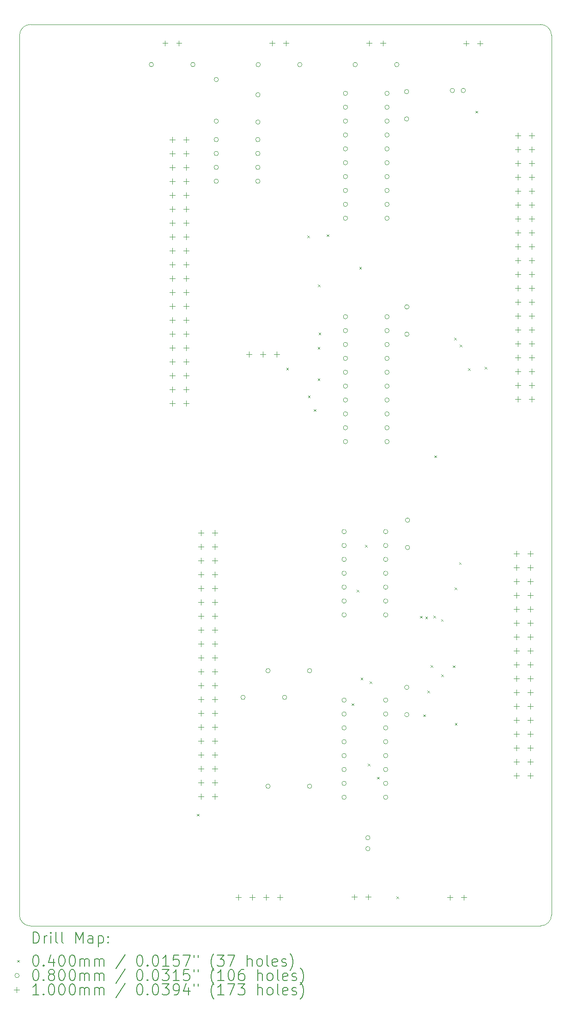
<source format=gbr>
%TF.GenerationSoftware,KiCad,Pcbnew,(6.0.11)*%
%TF.CreationDate,2024-01-03T20:09:06+00:00*%
%TF.ProjectId,BBCWinchesterPro,42424357-696e-4636-9865-737465725072,rev?*%
%TF.SameCoordinates,Original*%
%TF.FileFunction,Drillmap*%
%TF.FilePolarity,Positive*%
%FSLAX45Y45*%
G04 Gerber Fmt 4.5, Leading zero omitted, Abs format (unit mm)*
G04 Created by KiCad (PCBNEW (6.0.11)) date 2024-01-03 20:09:06*
%MOMM*%
%LPD*%
G01*
G04 APERTURE LIST*
%ADD10C,0.100000*%
%ADD11C,0.200000*%
%ADD12C,0.040000*%
%ADD13C,0.080000*%
G04 APERTURE END LIST*
D10*
X15712002Y-2589000D02*
G75*
G03*
X15513000Y-2389000I-200003J0D01*
G01*
X15513000Y-18891002D02*
G75*
G03*
X15713000Y-18691998I0J200002D01*
G01*
X5961998Y-18691000D02*
X5963000Y-2588000D01*
X15712002Y-2589000D02*
X15713000Y-18691998D01*
X15513000Y-18891000D02*
X6161000Y-18891000D01*
X5961997Y-18691000D02*
G75*
G03*
X6161000Y-18891000I200003J0D01*
G01*
X6163000Y-2388998D02*
X15513000Y-2389000D01*
X6163000Y-2388998D02*
G75*
G03*
X5963000Y-2588000I0J-200002D01*
G01*
D11*
D12*
X9214000Y-16841000D02*
X9254000Y-16881000D01*
X9254000Y-16841000D02*
X9214000Y-16881000D01*
X10850500Y-8676500D02*
X10890500Y-8716500D01*
X10890500Y-8676500D02*
X10850500Y-8716500D01*
X11235895Y-6255105D02*
X11275895Y-6295105D01*
X11275895Y-6255105D02*
X11235895Y-6295105D01*
X11249000Y-9184000D02*
X11289000Y-9224000D01*
X11289000Y-9184000D02*
X11249000Y-9224000D01*
X11354000Y-9433000D02*
X11394000Y-9473000D01*
X11394000Y-9433000D02*
X11354000Y-9473000D01*
X11428000Y-8293605D02*
X11468000Y-8333605D01*
X11468000Y-8293605D02*
X11428000Y-8333605D01*
X11428000Y-8866000D02*
X11468000Y-8906000D01*
X11468000Y-8866000D02*
X11428000Y-8906000D01*
X11433605Y-7152605D02*
X11473605Y-7192605D01*
X11473605Y-7152605D02*
X11433605Y-7192605D01*
X11444105Y-8033105D02*
X11484105Y-8073105D01*
X11484105Y-8033105D02*
X11444105Y-8073105D01*
X11591450Y-6231000D02*
X11631450Y-6271000D01*
X11631450Y-6231000D02*
X11591450Y-6271000D01*
X12050000Y-14817000D02*
X12090000Y-14857000D01*
X12090000Y-14817000D02*
X12050000Y-14857000D01*
X12145000Y-12736000D02*
X12185000Y-12776000D01*
X12185000Y-12736000D02*
X12145000Y-12776000D01*
X12189000Y-6830000D02*
X12229000Y-6870000D01*
X12229000Y-6830000D02*
X12189000Y-6870000D01*
X12214450Y-14349120D02*
X12254450Y-14389120D01*
X12254450Y-14349120D02*
X12214450Y-14389120D01*
X12297000Y-11915000D02*
X12337000Y-11955000D01*
X12337000Y-11915000D02*
X12297000Y-11955000D01*
X12346000Y-15920000D02*
X12386000Y-15960000D01*
X12386000Y-15920000D02*
X12346000Y-15960000D01*
X12382666Y-14412007D02*
X12422666Y-14452007D01*
X12422666Y-14412007D02*
X12382666Y-14452007D01*
X12512450Y-16163000D02*
X12552450Y-16203000D01*
X12552450Y-16163000D02*
X12512450Y-16203000D01*
X12868000Y-18351000D02*
X12908000Y-18391000D01*
X12908000Y-18351000D02*
X12868000Y-18391000D01*
X13300950Y-13217000D02*
X13340950Y-13257000D01*
X13340950Y-13217000D02*
X13300950Y-13257000D01*
X13361000Y-15021000D02*
X13401000Y-15061000D01*
X13401000Y-15021000D02*
X13361000Y-15061000D01*
X13399764Y-13232027D02*
X13439764Y-13272027D01*
X13439764Y-13232027D02*
X13399764Y-13272027D01*
X13441000Y-14586000D02*
X13481000Y-14626000D01*
X13481000Y-14586000D02*
X13441000Y-14626000D01*
X13500000Y-14118000D02*
X13540000Y-14158000D01*
X13540000Y-14118000D02*
X13500000Y-14158000D01*
X13546000Y-13214000D02*
X13586000Y-13254000D01*
X13586000Y-13214000D02*
X13546000Y-13254000D01*
X13568000Y-10278000D02*
X13608000Y-10318000D01*
X13608000Y-10278000D02*
X13568000Y-10318000D01*
X13688050Y-13275294D02*
X13728050Y-13315294D01*
X13728050Y-13275294D02*
X13688050Y-13315294D01*
X13691050Y-14288629D02*
X13731050Y-14328629D01*
X13731050Y-14288629D02*
X13691050Y-14328629D01*
X13905950Y-14122000D02*
X13945950Y-14162000D01*
X13945950Y-14122000D02*
X13905950Y-14162000D01*
X13927950Y-8125605D02*
X13967950Y-8165605D01*
X13967950Y-8125605D02*
X13927950Y-8165605D01*
X13937500Y-12698500D02*
X13977500Y-12738500D01*
X13977500Y-12698500D02*
X13937500Y-12738500D01*
X13941217Y-15174450D02*
X13981217Y-15214450D01*
X13981217Y-15174450D02*
X13941217Y-15214450D01*
X14017000Y-12234000D02*
X14057000Y-12274000D01*
X14057000Y-12234000D02*
X14017000Y-12274000D01*
X14032000Y-8252605D02*
X14072000Y-8292605D01*
X14072000Y-8252605D02*
X14032000Y-8292605D01*
X14181000Y-8680605D02*
X14221000Y-8720605D01*
X14221000Y-8680605D02*
X14181000Y-8720605D01*
X14317511Y-3971489D02*
X14357511Y-4011489D01*
X14357511Y-3971489D02*
X14317511Y-4011489D01*
X14486000Y-8658605D02*
X14526000Y-8698605D01*
X14526000Y-8658605D02*
X14486000Y-8698605D01*
D13*
X8418506Y-3124000D02*
G75*
G03*
X8418506Y-3124000I-40000J0D01*
G01*
X9180506Y-3124000D02*
G75*
G03*
X9180506Y-3124000I-40000J0D01*
G01*
X9608000Y-4497000D02*
G75*
G03*
X9608000Y-4497000I-40000J0D01*
G01*
X9608000Y-4751000D02*
G75*
G03*
X9608000Y-4751000I-40000J0D01*
G01*
X9608000Y-5005000D02*
G75*
G03*
X9608000Y-5005000I-40000J0D01*
G01*
X9608000Y-5259000D02*
G75*
G03*
X9608000Y-5259000I-40000J0D01*
G01*
X9610000Y-3398000D02*
G75*
G03*
X9610000Y-3398000I-40000J0D01*
G01*
X9610000Y-4160000D02*
G75*
G03*
X9610000Y-4160000I-40000J0D01*
G01*
X10098400Y-14706600D02*
G75*
G03*
X10098400Y-14706600I-40000J0D01*
G01*
X10370000Y-4497000D02*
G75*
G03*
X10370000Y-4497000I-40000J0D01*
G01*
X10370000Y-4751000D02*
G75*
G03*
X10370000Y-4751000I-40000J0D01*
G01*
X10370000Y-5005000D02*
G75*
G03*
X10370000Y-5005000I-40000J0D01*
G01*
X10370000Y-5259000D02*
G75*
G03*
X10370000Y-5259000I-40000J0D01*
G01*
X10372000Y-3675605D02*
G75*
G03*
X10372000Y-3675605I-40000J0D01*
G01*
X10372000Y-4175605D02*
G75*
G03*
X10372000Y-4175605I-40000J0D01*
G01*
X10377202Y-3124000D02*
G75*
G03*
X10377202Y-3124000I-40000J0D01*
G01*
X10557000Y-14220000D02*
G75*
G03*
X10557000Y-14220000I-40000J0D01*
G01*
X10557000Y-16334000D02*
G75*
G03*
X10557000Y-16334000I-40000J0D01*
G01*
X10860400Y-14706600D02*
G75*
G03*
X10860400Y-14706600I-40000J0D01*
G01*
X11139202Y-3124000D02*
G75*
G03*
X11139202Y-3124000I-40000J0D01*
G01*
X11319000Y-14220000D02*
G75*
G03*
X11319000Y-14220000I-40000J0D01*
G01*
X11319000Y-16334000D02*
G75*
G03*
X11319000Y-16334000I-40000J0D01*
G01*
X11951000Y-11674000D02*
G75*
G03*
X11951000Y-11674000I-40000J0D01*
G01*
X11951000Y-11928000D02*
G75*
G03*
X11951000Y-11928000I-40000J0D01*
G01*
X11951000Y-12182000D02*
G75*
G03*
X11951000Y-12182000I-40000J0D01*
G01*
X11951000Y-12436000D02*
G75*
G03*
X11951000Y-12436000I-40000J0D01*
G01*
X11951000Y-12690000D02*
G75*
G03*
X11951000Y-12690000I-40000J0D01*
G01*
X11951000Y-12944000D02*
G75*
G03*
X11951000Y-12944000I-40000J0D01*
G01*
X11951000Y-13198000D02*
G75*
G03*
X11951000Y-13198000I-40000J0D01*
G01*
X11951000Y-14758000D02*
G75*
G03*
X11951000Y-14758000I-40000J0D01*
G01*
X11951000Y-15012000D02*
G75*
G03*
X11951000Y-15012000I-40000J0D01*
G01*
X11951000Y-15266000D02*
G75*
G03*
X11951000Y-15266000I-40000J0D01*
G01*
X11951000Y-15520000D02*
G75*
G03*
X11951000Y-15520000I-40000J0D01*
G01*
X11951000Y-15774000D02*
G75*
G03*
X11951000Y-15774000I-40000J0D01*
G01*
X11951000Y-16028000D02*
G75*
G03*
X11951000Y-16028000I-40000J0D01*
G01*
X11951000Y-16282000D02*
G75*
G03*
X11951000Y-16282000I-40000J0D01*
G01*
X11951000Y-16536000D02*
G75*
G03*
X11951000Y-16536000I-40000J0D01*
G01*
X11976000Y-3650105D02*
G75*
G03*
X11976000Y-3650105I-40000J0D01*
G01*
X11976000Y-3904105D02*
G75*
G03*
X11976000Y-3904105I-40000J0D01*
G01*
X11976000Y-4158105D02*
G75*
G03*
X11976000Y-4158105I-40000J0D01*
G01*
X11976000Y-4412105D02*
G75*
G03*
X11976000Y-4412105I-40000J0D01*
G01*
X11976000Y-4666105D02*
G75*
G03*
X11976000Y-4666105I-40000J0D01*
G01*
X11976000Y-4920105D02*
G75*
G03*
X11976000Y-4920105I-40000J0D01*
G01*
X11976000Y-5174105D02*
G75*
G03*
X11976000Y-5174105I-40000J0D01*
G01*
X11976000Y-5428105D02*
G75*
G03*
X11976000Y-5428105I-40000J0D01*
G01*
X11976000Y-5682105D02*
G75*
G03*
X11976000Y-5682105I-40000J0D01*
G01*
X11976000Y-5936105D02*
G75*
G03*
X11976000Y-5936105I-40000J0D01*
G01*
X11976000Y-7740105D02*
G75*
G03*
X11976000Y-7740105I-40000J0D01*
G01*
X11976000Y-7994105D02*
G75*
G03*
X11976000Y-7994105I-40000J0D01*
G01*
X11976000Y-8248105D02*
G75*
G03*
X11976000Y-8248105I-40000J0D01*
G01*
X11976000Y-8502105D02*
G75*
G03*
X11976000Y-8502105I-40000J0D01*
G01*
X11976000Y-8756105D02*
G75*
G03*
X11976000Y-8756105I-40000J0D01*
G01*
X11976000Y-9010105D02*
G75*
G03*
X11976000Y-9010105I-40000J0D01*
G01*
X11976000Y-9264105D02*
G75*
G03*
X11976000Y-9264105I-40000J0D01*
G01*
X11976000Y-9518105D02*
G75*
G03*
X11976000Y-9518105I-40000J0D01*
G01*
X11976000Y-9772105D02*
G75*
G03*
X11976000Y-9772105I-40000J0D01*
G01*
X11976000Y-10026105D02*
G75*
G03*
X11976000Y-10026105I-40000J0D01*
G01*
X12154506Y-3124000D02*
G75*
G03*
X12154506Y-3124000I-40000J0D01*
G01*
X12387000Y-17277511D02*
G75*
G03*
X12387000Y-17277511I-40000J0D01*
G01*
X12387000Y-17477511D02*
G75*
G03*
X12387000Y-17477511I-40000J0D01*
G01*
X12713000Y-11674000D02*
G75*
G03*
X12713000Y-11674000I-40000J0D01*
G01*
X12713000Y-11928000D02*
G75*
G03*
X12713000Y-11928000I-40000J0D01*
G01*
X12713000Y-12182000D02*
G75*
G03*
X12713000Y-12182000I-40000J0D01*
G01*
X12713000Y-12436000D02*
G75*
G03*
X12713000Y-12436000I-40000J0D01*
G01*
X12713000Y-12690000D02*
G75*
G03*
X12713000Y-12690000I-40000J0D01*
G01*
X12713000Y-12944000D02*
G75*
G03*
X12713000Y-12944000I-40000J0D01*
G01*
X12713000Y-13198000D02*
G75*
G03*
X12713000Y-13198000I-40000J0D01*
G01*
X12713000Y-14758000D02*
G75*
G03*
X12713000Y-14758000I-40000J0D01*
G01*
X12713000Y-15012000D02*
G75*
G03*
X12713000Y-15012000I-40000J0D01*
G01*
X12713000Y-15266000D02*
G75*
G03*
X12713000Y-15266000I-40000J0D01*
G01*
X12713000Y-15520000D02*
G75*
G03*
X12713000Y-15520000I-40000J0D01*
G01*
X12713000Y-15774000D02*
G75*
G03*
X12713000Y-15774000I-40000J0D01*
G01*
X12713000Y-16028000D02*
G75*
G03*
X12713000Y-16028000I-40000J0D01*
G01*
X12713000Y-16282000D02*
G75*
G03*
X12713000Y-16282000I-40000J0D01*
G01*
X12713000Y-16536000D02*
G75*
G03*
X12713000Y-16536000I-40000J0D01*
G01*
X12738000Y-3650105D02*
G75*
G03*
X12738000Y-3650105I-40000J0D01*
G01*
X12738000Y-3904105D02*
G75*
G03*
X12738000Y-3904105I-40000J0D01*
G01*
X12738000Y-4158105D02*
G75*
G03*
X12738000Y-4158105I-40000J0D01*
G01*
X12738000Y-4412105D02*
G75*
G03*
X12738000Y-4412105I-40000J0D01*
G01*
X12738000Y-4666105D02*
G75*
G03*
X12738000Y-4666105I-40000J0D01*
G01*
X12738000Y-4920105D02*
G75*
G03*
X12738000Y-4920105I-40000J0D01*
G01*
X12738000Y-5174105D02*
G75*
G03*
X12738000Y-5174105I-40000J0D01*
G01*
X12738000Y-5428105D02*
G75*
G03*
X12738000Y-5428105I-40000J0D01*
G01*
X12738000Y-5682105D02*
G75*
G03*
X12738000Y-5682105I-40000J0D01*
G01*
X12738000Y-5936105D02*
G75*
G03*
X12738000Y-5936105I-40000J0D01*
G01*
X12738000Y-7740105D02*
G75*
G03*
X12738000Y-7740105I-40000J0D01*
G01*
X12738000Y-7994105D02*
G75*
G03*
X12738000Y-7994105I-40000J0D01*
G01*
X12738000Y-8248105D02*
G75*
G03*
X12738000Y-8248105I-40000J0D01*
G01*
X12738000Y-8502105D02*
G75*
G03*
X12738000Y-8502105I-40000J0D01*
G01*
X12738000Y-8756105D02*
G75*
G03*
X12738000Y-8756105I-40000J0D01*
G01*
X12738000Y-9010105D02*
G75*
G03*
X12738000Y-9010105I-40000J0D01*
G01*
X12738000Y-9264105D02*
G75*
G03*
X12738000Y-9264105I-40000J0D01*
G01*
X12738000Y-9518105D02*
G75*
G03*
X12738000Y-9518105I-40000J0D01*
G01*
X12738000Y-9772105D02*
G75*
G03*
X12738000Y-9772105I-40000J0D01*
G01*
X12738000Y-10026105D02*
G75*
G03*
X12738000Y-10026105I-40000J0D01*
G01*
X12916506Y-3124000D02*
G75*
G03*
X12916506Y-3124000I-40000J0D01*
G01*
X13097000Y-3619605D02*
G75*
G03*
X13097000Y-3619605I-40000J0D01*
G01*
X13097000Y-4119605D02*
G75*
G03*
X13097000Y-4119605I-40000J0D01*
G01*
X13100000Y-14524000D02*
G75*
G03*
X13100000Y-14524000I-40000J0D01*
G01*
X13100000Y-15024000D02*
G75*
G03*
X13100000Y-15024000I-40000J0D01*
G01*
X13102000Y-7559605D02*
G75*
G03*
X13102000Y-7559605I-40000J0D01*
G01*
X13102000Y-8059605D02*
G75*
G03*
X13102000Y-8059605I-40000J0D01*
G01*
X13114000Y-11463000D02*
G75*
G03*
X13114000Y-11463000I-40000J0D01*
G01*
X13114000Y-11963000D02*
G75*
G03*
X13114000Y-11963000I-40000J0D01*
G01*
X13935511Y-3598000D02*
G75*
G03*
X13935511Y-3598000I-40000J0D01*
G01*
X14135511Y-3598000D02*
G75*
G03*
X14135511Y-3598000I-40000J0D01*
G01*
D10*
X8632006Y-2683000D02*
X8632006Y-2783000D01*
X8582006Y-2733000D02*
X8682006Y-2733000D01*
X8762000Y-4447105D02*
X8762000Y-4547105D01*
X8712000Y-4497105D02*
X8812000Y-4497105D01*
X8762000Y-4701105D02*
X8762000Y-4801105D01*
X8712000Y-4751105D02*
X8812000Y-4751105D01*
X8762000Y-4955105D02*
X8762000Y-5055105D01*
X8712000Y-5005105D02*
X8812000Y-5005105D01*
X8762000Y-5209105D02*
X8762000Y-5309105D01*
X8712000Y-5259105D02*
X8812000Y-5259105D01*
X8762000Y-5463105D02*
X8762000Y-5563105D01*
X8712000Y-5513105D02*
X8812000Y-5513105D01*
X8762000Y-5717105D02*
X8762000Y-5817105D01*
X8712000Y-5767105D02*
X8812000Y-5767105D01*
X8762000Y-5971105D02*
X8762000Y-6071105D01*
X8712000Y-6021105D02*
X8812000Y-6021105D01*
X8762000Y-6225105D02*
X8762000Y-6325105D01*
X8712000Y-6275105D02*
X8812000Y-6275105D01*
X8762000Y-6479105D02*
X8762000Y-6579105D01*
X8712000Y-6529105D02*
X8812000Y-6529105D01*
X8762000Y-6733105D02*
X8762000Y-6833105D01*
X8712000Y-6783105D02*
X8812000Y-6783105D01*
X8762000Y-6987105D02*
X8762000Y-7087105D01*
X8712000Y-7037105D02*
X8812000Y-7037105D01*
X8762000Y-7241105D02*
X8762000Y-7341105D01*
X8712000Y-7291105D02*
X8812000Y-7291105D01*
X8762000Y-7495105D02*
X8762000Y-7595105D01*
X8712000Y-7545105D02*
X8812000Y-7545105D01*
X8762000Y-7749105D02*
X8762000Y-7849105D01*
X8712000Y-7799105D02*
X8812000Y-7799105D01*
X8762000Y-8003105D02*
X8762000Y-8103105D01*
X8712000Y-8053105D02*
X8812000Y-8053105D01*
X8762000Y-8257105D02*
X8762000Y-8357105D01*
X8712000Y-8307105D02*
X8812000Y-8307105D01*
X8762000Y-8511105D02*
X8762000Y-8611105D01*
X8712000Y-8561105D02*
X8812000Y-8561105D01*
X8762000Y-8765105D02*
X8762000Y-8865105D01*
X8712000Y-8815105D02*
X8812000Y-8815105D01*
X8762000Y-9019105D02*
X8762000Y-9119105D01*
X8712000Y-9069105D02*
X8812000Y-9069105D01*
X8762000Y-9273105D02*
X8762000Y-9373105D01*
X8712000Y-9323105D02*
X8812000Y-9323105D01*
X8886006Y-2683000D02*
X8886006Y-2783000D01*
X8836006Y-2733000D02*
X8936006Y-2733000D01*
X9016000Y-4447105D02*
X9016000Y-4547105D01*
X8966000Y-4497105D02*
X9066000Y-4497105D01*
X9016000Y-4701105D02*
X9016000Y-4801105D01*
X8966000Y-4751105D02*
X9066000Y-4751105D01*
X9016000Y-4955105D02*
X9016000Y-5055105D01*
X8966000Y-5005105D02*
X9066000Y-5005105D01*
X9016000Y-5209105D02*
X9016000Y-5309105D01*
X8966000Y-5259105D02*
X9066000Y-5259105D01*
X9016000Y-5463105D02*
X9016000Y-5563105D01*
X8966000Y-5513105D02*
X9066000Y-5513105D01*
X9016000Y-5717105D02*
X9016000Y-5817105D01*
X8966000Y-5767105D02*
X9066000Y-5767105D01*
X9016000Y-5971105D02*
X9016000Y-6071105D01*
X8966000Y-6021105D02*
X9066000Y-6021105D01*
X9016000Y-6225105D02*
X9016000Y-6325105D01*
X8966000Y-6275105D02*
X9066000Y-6275105D01*
X9016000Y-6479105D02*
X9016000Y-6579105D01*
X8966000Y-6529105D02*
X9066000Y-6529105D01*
X9016000Y-6733105D02*
X9016000Y-6833105D01*
X8966000Y-6783105D02*
X9066000Y-6783105D01*
X9016000Y-6987105D02*
X9016000Y-7087105D01*
X8966000Y-7037105D02*
X9066000Y-7037105D01*
X9016000Y-7241105D02*
X9016000Y-7341105D01*
X8966000Y-7291105D02*
X9066000Y-7291105D01*
X9016000Y-7495105D02*
X9016000Y-7595105D01*
X8966000Y-7545105D02*
X9066000Y-7545105D01*
X9016000Y-7749105D02*
X9016000Y-7849105D01*
X8966000Y-7799105D02*
X9066000Y-7799105D01*
X9016000Y-8003105D02*
X9016000Y-8103105D01*
X8966000Y-8053105D02*
X9066000Y-8053105D01*
X9016000Y-8257105D02*
X9016000Y-8357105D01*
X8966000Y-8307105D02*
X9066000Y-8307105D01*
X9016000Y-8511105D02*
X9016000Y-8611105D01*
X8966000Y-8561105D02*
X9066000Y-8561105D01*
X9016000Y-8765105D02*
X9016000Y-8865105D01*
X8966000Y-8815105D02*
X9066000Y-8815105D01*
X9016000Y-9019105D02*
X9016000Y-9119105D01*
X8966000Y-9069105D02*
X9066000Y-9069105D01*
X9016000Y-9273105D02*
X9016000Y-9373105D01*
X8966000Y-9323105D02*
X9066000Y-9323105D01*
X9286000Y-11643000D02*
X9286000Y-11743000D01*
X9236000Y-11693000D02*
X9336000Y-11693000D01*
X9286000Y-11897000D02*
X9286000Y-11997000D01*
X9236000Y-11947000D02*
X9336000Y-11947000D01*
X9286000Y-12151000D02*
X9286000Y-12251000D01*
X9236000Y-12201000D02*
X9336000Y-12201000D01*
X9286000Y-12405000D02*
X9286000Y-12505000D01*
X9236000Y-12455000D02*
X9336000Y-12455000D01*
X9286000Y-12659000D02*
X9286000Y-12759000D01*
X9236000Y-12709000D02*
X9336000Y-12709000D01*
X9286000Y-12913000D02*
X9286000Y-13013000D01*
X9236000Y-12963000D02*
X9336000Y-12963000D01*
X9286000Y-13167000D02*
X9286000Y-13267000D01*
X9236000Y-13217000D02*
X9336000Y-13217000D01*
X9286000Y-13421000D02*
X9286000Y-13521000D01*
X9236000Y-13471000D02*
X9336000Y-13471000D01*
X9286000Y-13675000D02*
X9286000Y-13775000D01*
X9236000Y-13725000D02*
X9336000Y-13725000D01*
X9286000Y-13929000D02*
X9286000Y-14029000D01*
X9236000Y-13979000D02*
X9336000Y-13979000D01*
X9286000Y-14183000D02*
X9286000Y-14283000D01*
X9236000Y-14233000D02*
X9336000Y-14233000D01*
X9286000Y-14437000D02*
X9286000Y-14537000D01*
X9236000Y-14487000D02*
X9336000Y-14487000D01*
X9286000Y-14691000D02*
X9286000Y-14791000D01*
X9236000Y-14741000D02*
X9336000Y-14741000D01*
X9286000Y-14945000D02*
X9286000Y-15045000D01*
X9236000Y-14995000D02*
X9336000Y-14995000D01*
X9286000Y-15199000D02*
X9286000Y-15299000D01*
X9236000Y-15249000D02*
X9336000Y-15249000D01*
X9286000Y-15453000D02*
X9286000Y-15553000D01*
X9236000Y-15503000D02*
X9336000Y-15503000D01*
X9286000Y-15707000D02*
X9286000Y-15807000D01*
X9236000Y-15757000D02*
X9336000Y-15757000D01*
X9286000Y-15961000D02*
X9286000Y-16061000D01*
X9236000Y-16011000D02*
X9336000Y-16011000D01*
X9286000Y-16215000D02*
X9286000Y-16315000D01*
X9236000Y-16265000D02*
X9336000Y-16265000D01*
X9286000Y-16469000D02*
X9286000Y-16569000D01*
X9236000Y-16519000D02*
X9336000Y-16519000D01*
X9540000Y-11643000D02*
X9540000Y-11743000D01*
X9490000Y-11693000D02*
X9590000Y-11693000D01*
X9540000Y-11897000D02*
X9540000Y-11997000D01*
X9490000Y-11947000D02*
X9590000Y-11947000D01*
X9540000Y-12151000D02*
X9540000Y-12251000D01*
X9490000Y-12201000D02*
X9590000Y-12201000D01*
X9540000Y-12405000D02*
X9540000Y-12505000D01*
X9490000Y-12455000D02*
X9590000Y-12455000D01*
X9540000Y-12659000D02*
X9540000Y-12759000D01*
X9490000Y-12709000D02*
X9590000Y-12709000D01*
X9540000Y-12913000D02*
X9540000Y-13013000D01*
X9490000Y-12963000D02*
X9590000Y-12963000D01*
X9540000Y-13167000D02*
X9540000Y-13267000D01*
X9490000Y-13217000D02*
X9590000Y-13217000D01*
X9540000Y-13421000D02*
X9540000Y-13521000D01*
X9490000Y-13471000D02*
X9590000Y-13471000D01*
X9540000Y-13675000D02*
X9540000Y-13775000D01*
X9490000Y-13725000D02*
X9590000Y-13725000D01*
X9540000Y-13929000D02*
X9540000Y-14029000D01*
X9490000Y-13979000D02*
X9590000Y-13979000D01*
X9540000Y-14183000D02*
X9540000Y-14283000D01*
X9490000Y-14233000D02*
X9590000Y-14233000D01*
X9540000Y-14437000D02*
X9540000Y-14537000D01*
X9490000Y-14487000D02*
X9590000Y-14487000D01*
X9540000Y-14691000D02*
X9540000Y-14791000D01*
X9490000Y-14741000D02*
X9590000Y-14741000D01*
X9540000Y-14945000D02*
X9540000Y-15045000D01*
X9490000Y-14995000D02*
X9590000Y-14995000D01*
X9540000Y-15199000D02*
X9540000Y-15299000D01*
X9490000Y-15249000D02*
X9590000Y-15249000D01*
X9540000Y-15453000D02*
X9540000Y-15553000D01*
X9490000Y-15503000D02*
X9590000Y-15503000D01*
X9540000Y-15707000D02*
X9540000Y-15807000D01*
X9490000Y-15757000D02*
X9590000Y-15757000D01*
X9540000Y-15961000D02*
X9540000Y-16061000D01*
X9490000Y-16011000D02*
X9590000Y-16011000D01*
X9540000Y-16215000D02*
X9540000Y-16315000D01*
X9490000Y-16265000D02*
X9590000Y-16265000D01*
X9540000Y-16469000D02*
X9540000Y-16569000D01*
X9490000Y-16519000D02*
X9590000Y-16519000D01*
X9976000Y-18315000D02*
X9976000Y-18415000D01*
X9926000Y-18365000D02*
X10026000Y-18365000D01*
X10166000Y-8378605D02*
X10166000Y-8478605D01*
X10116000Y-8428605D02*
X10216000Y-8428605D01*
X10230000Y-18315000D02*
X10230000Y-18415000D01*
X10180000Y-18365000D02*
X10280000Y-18365000D01*
X10420000Y-8378605D02*
X10420000Y-8478605D01*
X10370000Y-8428605D02*
X10470000Y-8428605D01*
X10484000Y-18315000D02*
X10484000Y-18415000D01*
X10434000Y-18365000D02*
X10534000Y-18365000D01*
X10590702Y-2683000D02*
X10590702Y-2783000D01*
X10540702Y-2733000D02*
X10640702Y-2733000D01*
X10674000Y-8378605D02*
X10674000Y-8478605D01*
X10624000Y-8428605D02*
X10724000Y-8428605D01*
X10738000Y-18315000D02*
X10738000Y-18415000D01*
X10688000Y-18365000D02*
X10788000Y-18365000D01*
X10844702Y-2683000D02*
X10844702Y-2783000D01*
X10794702Y-2733000D02*
X10894702Y-2733000D01*
X12098000Y-18312857D02*
X12098000Y-18412857D01*
X12048000Y-18362857D02*
X12148000Y-18362857D01*
X12352000Y-18312857D02*
X12352000Y-18412857D01*
X12302000Y-18362857D02*
X12402000Y-18362857D01*
X12368006Y-2683000D02*
X12368006Y-2783000D01*
X12318006Y-2733000D02*
X12418006Y-2733000D01*
X12622006Y-2683000D02*
X12622006Y-2783000D01*
X12572006Y-2733000D02*
X12672006Y-2733000D01*
X13849500Y-18321000D02*
X13849500Y-18421000D01*
X13799500Y-18371000D02*
X13899500Y-18371000D01*
X14103500Y-18321000D02*
X14103500Y-18421000D01*
X14053500Y-18371000D02*
X14153500Y-18371000D01*
X14146006Y-2684000D02*
X14146006Y-2784000D01*
X14096006Y-2734000D02*
X14196006Y-2734000D01*
X14400006Y-2684000D02*
X14400006Y-2784000D01*
X14350006Y-2734000D02*
X14450006Y-2734000D01*
X15068500Y-12024000D02*
X15068500Y-12124000D01*
X15018500Y-12074000D02*
X15118500Y-12074000D01*
X15068500Y-12278000D02*
X15068500Y-12378000D01*
X15018500Y-12328000D02*
X15118500Y-12328000D01*
X15068500Y-12532000D02*
X15068500Y-12632000D01*
X15018500Y-12582000D02*
X15118500Y-12582000D01*
X15068500Y-12786000D02*
X15068500Y-12886000D01*
X15018500Y-12836000D02*
X15118500Y-12836000D01*
X15068500Y-13040000D02*
X15068500Y-13140000D01*
X15018500Y-13090000D02*
X15118500Y-13090000D01*
X15068500Y-13294000D02*
X15068500Y-13394000D01*
X15018500Y-13344000D02*
X15118500Y-13344000D01*
X15068500Y-13548000D02*
X15068500Y-13648000D01*
X15018500Y-13598000D02*
X15118500Y-13598000D01*
X15068500Y-13802000D02*
X15068500Y-13902000D01*
X15018500Y-13852000D02*
X15118500Y-13852000D01*
X15068500Y-14056000D02*
X15068500Y-14156000D01*
X15018500Y-14106000D02*
X15118500Y-14106000D01*
X15068500Y-14310000D02*
X15068500Y-14410000D01*
X15018500Y-14360000D02*
X15118500Y-14360000D01*
X15068500Y-14564000D02*
X15068500Y-14664000D01*
X15018500Y-14614000D02*
X15118500Y-14614000D01*
X15068500Y-14818000D02*
X15068500Y-14918000D01*
X15018500Y-14868000D02*
X15118500Y-14868000D01*
X15068500Y-15072000D02*
X15068500Y-15172000D01*
X15018500Y-15122000D02*
X15118500Y-15122000D01*
X15068500Y-15326000D02*
X15068500Y-15426000D01*
X15018500Y-15376000D02*
X15118500Y-15376000D01*
X15068500Y-15580000D02*
X15068500Y-15680000D01*
X15018500Y-15630000D02*
X15118500Y-15630000D01*
X15068500Y-15834000D02*
X15068500Y-15934000D01*
X15018500Y-15884000D02*
X15118500Y-15884000D01*
X15068500Y-16088000D02*
X15068500Y-16188000D01*
X15018500Y-16138000D02*
X15118500Y-16138000D01*
X15093500Y-4374605D02*
X15093500Y-4474605D01*
X15043500Y-4424605D02*
X15143500Y-4424605D01*
X15093500Y-4628605D02*
X15093500Y-4728605D01*
X15043500Y-4678605D02*
X15143500Y-4678605D01*
X15093500Y-4882605D02*
X15093500Y-4982605D01*
X15043500Y-4932605D02*
X15143500Y-4932605D01*
X15093500Y-5136605D02*
X15093500Y-5236605D01*
X15043500Y-5186605D02*
X15143500Y-5186605D01*
X15093500Y-5390605D02*
X15093500Y-5490605D01*
X15043500Y-5440605D02*
X15143500Y-5440605D01*
X15093500Y-5644605D02*
X15093500Y-5744605D01*
X15043500Y-5694605D02*
X15143500Y-5694605D01*
X15093500Y-5898605D02*
X15093500Y-5998605D01*
X15043500Y-5948605D02*
X15143500Y-5948605D01*
X15093500Y-6152605D02*
X15093500Y-6252605D01*
X15043500Y-6202605D02*
X15143500Y-6202605D01*
X15093500Y-6406605D02*
X15093500Y-6506605D01*
X15043500Y-6456605D02*
X15143500Y-6456605D01*
X15093500Y-6660605D02*
X15093500Y-6760605D01*
X15043500Y-6710605D02*
X15143500Y-6710605D01*
X15093500Y-6914605D02*
X15093500Y-7014605D01*
X15043500Y-6964605D02*
X15143500Y-6964605D01*
X15093500Y-7168605D02*
X15093500Y-7268605D01*
X15043500Y-7218605D02*
X15143500Y-7218605D01*
X15093500Y-7422605D02*
X15093500Y-7522605D01*
X15043500Y-7472605D02*
X15143500Y-7472605D01*
X15093500Y-7676605D02*
X15093500Y-7776605D01*
X15043500Y-7726605D02*
X15143500Y-7726605D01*
X15093500Y-7930605D02*
X15093500Y-8030605D01*
X15043500Y-7980605D02*
X15143500Y-7980605D01*
X15093500Y-8184605D02*
X15093500Y-8284605D01*
X15043500Y-8234605D02*
X15143500Y-8234605D01*
X15093500Y-8438605D02*
X15093500Y-8538605D01*
X15043500Y-8488605D02*
X15143500Y-8488605D01*
X15093500Y-8692605D02*
X15093500Y-8792605D01*
X15043500Y-8742605D02*
X15143500Y-8742605D01*
X15093500Y-8946605D02*
X15093500Y-9046605D01*
X15043500Y-8996605D02*
X15143500Y-8996605D01*
X15093500Y-9200605D02*
X15093500Y-9300605D01*
X15043500Y-9250605D02*
X15143500Y-9250605D01*
X15322500Y-12024000D02*
X15322500Y-12124000D01*
X15272500Y-12074000D02*
X15372500Y-12074000D01*
X15322500Y-12278000D02*
X15322500Y-12378000D01*
X15272500Y-12328000D02*
X15372500Y-12328000D01*
X15322500Y-12532000D02*
X15322500Y-12632000D01*
X15272500Y-12582000D02*
X15372500Y-12582000D01*
X15322500Y-12786000D02*
X15322500Y-12886000D01*
X15272500Y-12836000D02*
X15372500Y-12836000D01*
X15322500Y-13040000D02*
X15322500Y-13140000D01*
X15272500Y-13090000D02*
X15372500Y-13090000D01*
X15322500Y-13294000D02*
X15322500Y-13394000D01*
X15272500Y-13344000D02*
X15372500Y-13344000D01*
X15322500Y-13548000D02*
X15322500Y-13648000D01*
X15272500Y-13598000D02*
X15372500Y-13598000D01*
X15322500Y-13802000D02*
X15322500Y-13902000D01*
X15272500Y-13852000D02*
X15372500Y-13852000D01*
X15322500Y-14056000D02*
X15322500Y-14156000D01*
X15272500Y-14106000D02*
X15372500Y-14106000D01*
X15322500Y-14310000D02*
X15322500Y-14410000D01*
X15272500Y-14360000D02*
X15372500Y-14360000D01*
X15322500Y-14564000D02*
X15322500Y-14664000D01*
X15272500Y-14614000D02*
X15372500Y-14614000D01*
X15322500Y-14818000D02*
X15322500Y-14918000D01*
X15272500Y-14868000D02*
X15372500Y-14868000D01*
X15322500Y-15072000D02*
X15322500Y-15172000D01*
X15272500Y-15122000D02*
X15372500Y-15122000D01*
X15322500Y-15326000D02*
X15322500Y-15426000D01*
X15272500Y-15376000D02*
X15372500Y-15376000D01*
X15322500Y-15580000D02*
X15322500Y-15680000D01*
X15272500Y-15630000D02*
X15372500Y-15630000D01*
X15322500Y-15834000D02*
X15322500Y-15934000D01*
X15272500Y-15884000D02*
X15372500Y-15884000D01*
X15322500Y-16088000D02*
X15322500Y-16188000D01*
X15272500Y-16138000D02*
X15372500Y-16138000D01*
X15347500Y-4374605D02*
X15347500Y-4474605D01*
X15297500Y-4424605D02*
X15397500Y-4424605D01*
X15347500Y-4628605D02*
X15347500Y-4728605D01*
X15297500Y-4678605D02*
X15397500Y-4678605D01*
X15347500Y-4882605D02*
X15347500Y-4982605D01*
X15297500Y-4932605D02*
X15397500Y-4932605D01*
X15347500Y-5136605D02*
X15347500Y-5236605D01*
X15297500Y-5186605D02*
X15397500Y-5186605D01*
X15347500Y-5390605D02*
X15347500Y-5490605D01*
X15297500Y-5440605D02*
X15397500Y-5440605D01*
X15347500Y-5644605D02*
X15347500Y-5744605D01*
X15297500Y-5694605D02*
X15397500Y-5694605D01*
X15347500Y-5898605D02*
X15347500Y-5998605D01*
X15297500Y-5948605D02*
X15397500Y-5948605D01*
X15347500Y-6152605D02*
X15347500Y-6252605D01*
X15297500Y-6202605D02*
X15397500Y-6202605D01*
X15347500Y-6406605D02*
X15347500Y-6506605D01*
X15297500Y-6456605D02*
X15397500Y-6456605D01*
X15347500Y-6660605D02*
X15347500Y-6760605D01*
X15297500Y-6710605D02*
X15397500Y-6710605D01*
X15347500Y-6914605D02*
X15347500Y-7014605D01*
X15297500Y-6964605D02*
X15397500Y-6964605D01*
X15347500Y-7168605D02*
X15347500Y-7268605D01*
X15297500Y-7218605D02*
X15397500Y-7218605D01*
X15347500Y-7422605D02*
X15347500Y-7522605D01*
X15297500Y-7472605D02*
X15397500Y-7472605D01*
X15347500Y-7676605D02*
X15347500Y-7776605D01*
X15297500Y-7726605D02*
X15397500Y-7726605D01*
X15347500Y-7930605D02*
X15347500Y-8030605D01*
X15297500Y-7980605D02*
X15397500Y-7980605D01*
X15347500Y-8184605D02*
X15347500Y-8284605D01*
X15297500Y-8234605D02*
X15397500Y-8234605D01*
X15347500Y-8438605D02*
X15347500Y-8538605D01*
X15297500Y-8488605D02*
X15397500Y-8488605D01*
X15347500Y-8692605D02*
X15347500Y-8792605D01*
X15297500Y-8742605D02*
X15397500Y-8742605D01*
X15347500Y-8946605D02*
X15347500Y-9046605D01*
X15297500Y-8996605D02*
X15397500Y-8996605D01*
X15347500Y-9200605D02*
X15347500Y-9300605D01*
X15297500Y-9250605D02*
X15397500Y-9250605D01*
D11*
X6214617Y-19206476D02*
X6214617Y-19006476D01*
X6262236Y-19006476D01*
X6290807Y-19016000D01*
X6309855Y-19035048D01*
X6319378Y-19054095D01*
X6328902Y-19092190D01*
X6328902Y-19120762D01*
X6319378Y-19158857D01*
X6309855Y-19177905D01*
X6290807Y-19196952D01*
X6262236Y-19206476D01*
X6214617Y-19206476D01*
X6414617Y-19206476D02*
X6414617Y-19073143D01*
X6414617Y-19111238D02*
X6424140Y-19092190D01*
X6433664Y-19082667D01*
X6452712Y-19073143D01*
X6471759Y-19073143D01*
X6538426Y-19206476D02*
X6538426Y-19073143D01*
X6538426Y-19006476D02*
X6528902Y-19016000D01*
X6538426Y-19025524D01*
X6547950Y-19016000D01*
X6538426Y-19006476D01*
X6538426Y-19025524D01*
X6662236Y-19206476D02*
X6643188Y-19196952D01*
X6633664Y-19177905D01*
X6633664Y-19006476D01*
X6766998Y-19206476D02*
X6747950Y-19196952D01*
X6738426Y-19177905D01*
X6738426Y-19006476D01*
X6995569Y-19206476D02*
X6995569Y-19006476D01*
X7062236Y-19149333D01*
X7128902Y-19006476D01*
X7128902Y-19206476D01*
X7309855Y-19206476D02*
X7309855Y-19101714D01*
X7300331Y-19082667D01*
X7281283Y-19073143D01*
X7243188Y-19073143D01*
X7224140Y-19082667D01*
X7309855Y-19196952D02*
X7290807Y-19206476D01*
X7243188Y-19206476D01*
X7224140Y-19196952D01*
X7214617Y-19177905D01*
X7214617Y-19158857D01*
X7224140Y-19139810D01*
X7243188Y-19130286D01*
X7290807Y-19130286D01*
X7309855Y-19120762D01*
X7405093Y-19073143D02*
X7405093Y-19273143D01*
X7405093Y-19082667D02*
X7424140Y-19073143D01*
X7462236Y-19073143D01*
X7481283Y-19082667D01*
X7490807Y-19092190D01*
X7500331Y-19111238D01*
X7500331Y-19168381D01*
X7490807Y-19187429D01*
X7481283Y-19196952D01*
X7462236Y-19206476D01*
X7424140Y-19206476D01*
X7405093Y-19196952D01*
X7586045Y-19187429D02*
X7595569Y-19196952D01*
X7586045Y-19206476D01*
X7576521Y-19196952D01*
X7586045Y-19187429D01*
X7586045Y-19206476D01*
X7586045Y-19082667D02*
X7595569Y-19092190D01*
X7586045Y-19101714D01*
X7576521Y-19092190D01*
X7586045Y-19082667D01*
X7586045Y-19101714D01*
D12*
X5916998Y-19516000D02*
X5956998Y-19556000D01*
X5956998Y-19516000D02*
X5916998Y-19556000D01*
D11*
X6252712Y-19426476D02*
X6271759Y-19426476D01*
X6290807Y-19436000D01*
X6300331Y-19445524D01*
X6309855Y-19464571D01*
X6319378Y-19502667D01*
X6319378Y-19550286D01*
X6309855Y-19588381D01*
X6300331Y-19607429D01*
X6290807Y-19616952D01*
X6271759Y-19626476D01*
X6252712Y-19626476D01*
X6233664Y-19616952D01*
X6224140Y-19607429D01*
X6214617Y-19588381D01*
X6205093Y-19550286D01*
X6205093Y-19502667D01*
X6214617Y-19464571D01*
X6224140Y-19445524D01*
X6233664Y-19436000D01*
X6252712Y-19426476D01*
X6405093Y-19607429D02*
X6414617Y-19616952D01*
X6405093Y-19626476D01*
X6395569Y-19616952D01*
X6405093Y-19607429D01*
X6405093Y-19626476D01*
X6586045Y-19493143D02*
X6586045Y-19626476D01*
X6538426Y-19416952D02*
X6490807Y-19559810D01*
X6614617Y-19559810D01*
X6728902Y-19426476D02*
X6747950Y-19426476D01*
X6766998Y-19436000D01*
X6776521Y-19445524D01*
X6786045Y-19464571D01*
X6795569Y-19502667D01*
X6795569Y-19550286D01*
X6786045Y-19588381D01*
X6776521Y-19607429D01*
X6766998Y-19616952D01*
X6747950Y-19626476D01*
X6728902Y-19626476D01*
X6709855Y-19616952D01*
X6700331Y-19607429D01*
X6690807Y-19588381D01*
X6681283Y-19550286D01*
X6681283Y-19502667D01*
X6690807Y-19464571D01*
X6700331Y-19445524D01*
X6709855Y-19436000D01*
X6728902Y-19426476D01*
X6919378Y-19426476D02*
X6938426Y-19426476D01*
X6957474Y-19436000D01*
X6966998Y-19445524D01*
X6976521Y-19464571D01*
X6986045Y-19502667D01*
X6986045Y-19550286D01*
X6976521Y-19588381D01*
X6966998Y-19607429D01*
X6957474Y-19616952D01*
X6938426Y-19626476D01*
X6919378Y-19626476D01*
X6900331Y-19616952D01*
X6890807Y-19607429D01*
X6881283Y-19588381D01*
X6871759Y-19550286D01*
X6871759Y-19502667D01*
X6881283Y-19464571D01*
X6890807Y-19445524D01*
X6900331Y-19436000D01*
X6919378Y-19426476D01*
X7071759Y-19626476D02*
X7071759Y-19493143D01*
X7071759Y-19512190D02*
X7081283Y-19502667D01*
X7100331Y-19493143D01*
X7128902Y-19493143D01*
X7147950Y-19502667D01*
X7157474Y-19521714D01*
X7157474Y-19626476D01*
X7157474Y-19521714D02*
X7166998Y-19502667D01*
X7186045Y-19493143D01*
X7214617Y-19493143D01*
X7233664Y-19502667D01*
X7243188Y-19521714D01*
X7243188Y-19626476D01*
X7338426Y-19626476D02*
X7338426Y-19493143D01*
X7338426Y-19512190D02*
X7347950Y-19502667D01*
X7366998Y-19493143D01*
X7395569Y-19493143D01*
X7414617Y-19502667D01*
X7424140Y-19521714D01*
X7424140Y-19626476D01*
X7424140Y-19521714D02*
X7433664Y-19502667D01*
X7452712Y-19493143D01*
X7481283Y-19493143D01*
X7500331Y-19502667D01*
X7509855Y-19521714D01*
X7509855Y-19626476D01*
X7900331Y-19416952D02*
X7728902Y-19674095D01*
X8157474Y-19426476D02*
X8176521Y-19426476D01*
X8195569Y-19436000D01*
X8205093Y-19445524D01*
X8214617Y-19464571D01*
X8224140Y-19502667D01*
X8224140Y-19550286D01*
X8214617Y-19588381D01*
X8205093Y-19607429D01*
X8195569Y-19616952D01*
X8176521Y-19626476D01*
X8157474Y-19626476D01*
X8138426Y-19616952D01*
X8128902Y-19607429D01*
X8119378Y-19588381D01*
X8109855Y-19550286D01*
X8109855Y-19502667D01*
X8119378Y-19464571D01*
X8128902Y-19445524D01*
X8138426Y-19436000D01*
X8157474Y-19426476D01*
X8309855Y-19607429D02*
X8319378Y-19616952D01*
X8309855Y-19626476D01*
X8300331Y-19616952D01*
X8309855Y-19607429D01*
X8309855Y-19626476D01*
X8443188Y-19426476D02*
X8462236Y-19426476D01*
X8481283Y-19436000D01*
X8490807Y-19445524D01*
X8500331Y-19464571D01*
X8509855Y-19502667D01*
X8509855Y-19550286D01*
X8500331Y-19588381D01*
X8490807Y-19607429D01*
X8481283Y-19616952D01*
X8462236Y-19626476D01*
X8443188Y-19626476D01*
X8424140Y-19616952D01*
X8414617Y-19607429D01*
X8405093Y-19588381D01*
X8395569Y-19550286D01*
X8395569Y-19502667D01*
X8405093Y-19464571D01*
X8414617Y-19445524D01*
X8424140Y-19436000D01*
X8443188Y-19426476D01*
X8700331Y-19626476D02*
X8586045Y-19626476D01*
X8643188Y-19626476D02*
X8643188Y-19426476D01*
X8624140Y-19455048D01*
X8605093Y-19474095D01*
X8586045Y-19483619D01*
X8881283Y-19426476D02*
X8786045Y-19426476D01*
X8776521Y-19521714D01*
X8786045Y-19512190D01*
X8805093Y-19502667D01*
X8852712Y-19502667D01*
X8871760Y-19512190D01*
X8881283Y-19521714D01*
X8890807Y-19540762D01*
X8890807Y-19588381D01*
X8881283Y-19607429D01*
X8871760Y-19616952D01*
X8852712Y-19626476D01*
X8805093Y-19626476D01*
X8786045Y-19616952D01*
X8776521Y-19607429D01*
X8957474Y-19426476D02*
X9090807Y-19426476D01*
X9005093Y-19626476D01*
X9157474Y-19426476D02*
X9157474Y-19464571D01*
X9233664Y-19426476D02*
X9233664Y-19464571D01*
X9528902Y-19702667D02*
X9519379Y-19693143D01*
X9500331Y-19664571D01*
X9490807Y-19645524D01*
X9481283Y-19616952D01*
X9471760Y-19569333D01*
X9471760Y-19531238D01*
X9481283Y-19483619D01*
X9490807Y-19455048D01*
X9500331Y-19436000D01*
X9519379Y-19407429D01*
X9528902Y-19397905D01*
X9586045Y-19426476D02*
X9709855Y-19426476D01*
X9643188Y-19502667D01*
X9671760Y-19502667D01*
X9690807Y-19512190D01*
X9700331Y-19521714D01*
X9709855Y-19540762D01*
X9709855Y-19588381D01*
X9700331Y-19607429D01*
X9690807Y-19616952D01*
X9671760Y-19626476D01*
X9614617Y-19626476D01*
X9595569Y-19616952D01*
X9586045Y-19607429D01*
X9776521Y-19426476D02*
X9909855Y-19426476D01*
X9824140Y-19626476D01*
X10138426Y-19626476D02*
X10138426Y-19426476D01*
X10224140Y-19626476D02*
X10224140Y-19521714D01*
X10214617Y-19502667D01*
X10195569Y-19493143D01*
X10166998Y-19493143D01*
X10147950Y-19502667D01*
X10138426Y-19512190D01*
X10347950Y-19626476D02*
X10328902Y-19616952D01*
X10319379Y-19607429D01*
X10309855Y-19588381D01*
X10309855Y-19531238D01*
X10319379Y-19512190D01*
X10328902Y-19502667D01*
X10347950Y-19493143D01*
X10376521Y-19493143D01*
X10395569Y-19502667D01*
X10405093Y-19512190D01*
X10414617Y-19531238D01*
X10414617Y-19588381D01*
X10405093Y-19607429D01*
X10395569Y-19616952D01*
X10376521Y-19626476D01*
X10347950Y-19626476D01*
X10528902Y-19626476D02*
X10509855Y-19616952D01*
X10500331Y-19597905D01*
X10500331Y-19426476D01*
X10681283Y-19616952D02*
X10662236Y-19626476D01*
X10624140Y-19626476D01*
X10605093Y-19616952D01*
X10595569Y-19597905D01*
X10595569Y-19521714D01*
X10605093Y-19502667D01*
X10624140Y-19493143D01*
X10662236Y-19493143D01*
X10681283Y-19502667D01*
X10690807Y-19521714D01*
X10690807Y-19540762D01*
X10595569Y-19559810D01*
X10766998Y-19616952D02*
X10786045Y-19626476D01*
X10824140Y-19626476D01*
X10843188Y-19616952D01*
X10852712Y-19597905D01*
X10852712Y-19588381D01*
X10843188Y-19569333D01*
X10824140Y-19559810D01*
X10795569Y-19559810D01*
X10776521Y-19550286D01*
X10766998Y-19531238D01*
X10766998Y-19521714D01*
X10776521Y-19502667D01*
X10795569Y-19493143D01*
X10824140Y-19493143D01*
X10843188Y-19502667D01*
X10919379Y-19702667D02*
X10928902Y-19693143D01*
X10947950Y-19664571D01*
X10957474Y-19645524D01*
X10966998Y-19616952D01*
X10976521Y-19569333D01*
X10976521Y-19531238D01*
X10966998Y-19483619D01*
X10957474Y-19455048D01*
X10947950Y-19436000D01*
X10928902Y-19407429D01*
X10919379Y-19397905D01*
D13*
X5956998Y-19800000D02*
G75*
G03*
X5956998Y-19800000I-40000J0D01*
G01*
D11*
X6252712Y-19690476D02*
X6271759Y-19690476D01*
X6290807Y-19700000D01*
X6300331Y-19709524D01*
X6309855Y-19728571D01*
X6319378Y-19766667D01*
X6319378Y-19814286D01*
X6309855Y-19852381D01*
X6300331Y-19871429D01*
X6290807Y-19880952D01*
X6271759Y-19890476D01*
X6252712Y-19890476D01*
X6233664Y-19880952D01*
X6224140Y-19871429D01*
X6214617Y-19852381D01*
X6205093Y-19814286D01*
X6205093Y-19766667D01*
X6214617Y-19728571D01*
X6224140Y-19709524D01*
X6233664Y-19700000D01*
X6252712Y-19690476D01*
X6405093Y-19871429D02*
X6414617Y-19880952D01*
X6405093Y-19890476D01*
X6395569Y-19880952D01*
X6405093Y-19871429D01*
X6405093Y-19890476D01*
X6528902Y-19776190D02*
X6509855Y-19766667D01*
X6500331Y-19757143D01*
X6490807Y-19738095D01*
X6490807Y-19728571D01*
X6500331Y-19709524D01*
X6509855Y-19700000D01*
X6528902Y-19690476D01*
X6566998Y-19690476D01*
X6586045Y-19700000D01*
X6595569Y-19709524D01*
X6605093Y-19728571D01*
X6605093Y-19738095D01*
X6595569Y-19757143D01*
X6586045Y-19766667D01*
X6566998Y-19776190D01*
X6528902Y-19776190D01*
X6509855Y-19785714D01*
X6500331Y-19795238D01*
X6490807Y-19814286D01*
X6490807Y-19852381D01*
X6500331Y-19871429D01*
X6509855Y-19880952D01*
X6528902Y-19890476D01*
X6566998Y-19890476D01*
X6586045Y-19880952D01*
X6595569Y-19871429D01*
X6605093Y-19852381D01*
X6605093Y-19814286D01*
X6595569Y-19795238D01*
X6586045Y-19785714D01*
X6566998Y-19776190D01*
X6728902Y-19690476D02*
X6747950Y-19690476D01*
X6766998Y-19700000D01*
X6776521Y-19709524D01*
X6786045Y-19728571D01*
X6795569Y-19766667D01*
X6795569Y-19814286D01*
X6786045Y-19852381D01*
X6776521Y-19871429D01*
X6766998Y-19880952D01*
X6747950Y-19890476D01*
X6728902Y-19890476D01*
X6709855Y-19880952D01*
X6700331Y-19871429D01*
X6690807Y-19852381D01*
X6681283Y-19814286D01*
X6681283Y-19766667D01*
X6690807Y-19728571D01*
X6700331Y-19709524D01*
X6709855Y-19700000D01*
X6728902Y-19690476D01*
X6919378Y-19690476D02*
X6938426Y-19690476D01*
X6957474Y-19700000D01*
X6966998Y-19709524D01*
X6976521Y-19728571D01*
X6986045Y-19766667D01*
X6986045Y-19814286D01*
X6976521Y-19852381D01*
X6966998Y-19871429D01*
X6957474Y-19880952D01*
X6938426Y-19890476D01*
X6919378Y-19890476D01*
X6900331Y-19880952D01*
X6890807Y-19871429D01*
X6881283Y-19852381D01*
X6871759Y-19814286D01*
X6871759Y-19766667D01*
X6881283Y-19728571D01*
X6890807Y-19709524D01*
X6900331Y-19700000D01*
X6919378Y-19690476D01*
X7071759Y-19890476D02*
X7071759Y-19757143D01*
X7071759Y-19776190D02*
X7081283Y-19766667D01*
X7100331Y-19757143D01*
X7128902Y-19757143D01*
X7147950Y-19766667D01*
X7157474Y-19785714D01*
X7157474Y-19890476D01*
X7157474Y-19785714D02*
X7166998Y-19766667D01*
X7186045Y-19757143D01*
X7214617Y-19757143D01*
X7233664Y-19766667D01*
X7243188Y-19785714D01*
X7243188Y-19890476D01*
X7338426Y-19890476D02*
X7338426Y-19757143D01*
X7338426Y-19776190D02*
X7347950Y-19766667D01*
X7366998Y-19757143D01*
X7395569Y-19757143D01*
X7414617Y-19766667D01*
X7424140Y-19785714D01*
X7424140Y-19890476D01*
X7424140Y-19785714D02*
X7433664Y-19766667D01*
X7452712Y-19757143D01*
X7481283Y-19757143D01*
X7500331Y-19766667D01*
X7509855Y-19785714D01*
X7509855Y-19890476D01*
X7900331Y-19680952D02*
X7728902Y-19938095D01*
X8157474Y-19690476D02*
X8176521Y-19690476D01*
X8195569Y-19700000D01*
X8205093Y-19709524D01*
X8214617Y-19728571D01*
X8224140Y-19766667D01*
X8224140Y-19814286D01*
X8214617Y-19852381D01*
X8205093Y-19871429D01*
X8195569Y-19880952D01*
X8176521Y-19890476D01*
X8157474Y-19890476D01*
X8138426Y-19880952D01*
X8128902Y-19871429D01*
X8119378Y-19852381D01*
X8109855Y-19814286D01*
X8109855Y-19766667D01*
X8119378Y-19728571D01*
X8128902Y-19709524D01*
X8138426Y-19700000D01*
X8157474Y-19690476D01*
X8309855Y-19871429D02*
X8319378Y-19880952D01*
X8309855Y-19890476D01*
X8300331Y-19880952D01*
X8309855Y-19871429D01*
X8309855Y-19890476D01*
X8443188Y-19690476D02*
X8462236Y-19690476D01*
X8481283Y-19700000D01*
X8490807Y-19709524D01*
X8500331Y-19728571D01*
X8509855Y-19766667D01*
X8509855Y-19814286D01*
X8500331Y-19852381D01*
X8490807Y-19871429D01*
X8481283Y-19880952D01*
X8462236Y-19890476D01*
X8443188Y-19890476D01*
X8424140Y-19880952D01*
X8414617Y-19871429D01*
X8405093Y-19852381D01*
X8395569Y-19814286D01*
X8395569Y-19766667D01*
X8405093Y-19728571D01*
X8414617Y-19709524D01*
X8424140Y-19700000D01*
X8443188Y-19690476D01*
X8576521Y-19690476D02*
X8700331Y-19690476D01*
X8633664Y-19766667D01*
X8662236Y-19766667D01*
X8681283Y-19776190D01*
X8690807Y-19785714D01*
X8700331Y-19804762D01*
X8700331Y-19852381D01*
X8690807Y-19871429D01*
X8681283Y-19880952D01*
X8662236Y-19890476D01*
X8605093Y-19890476D01*
X8586045Y-19880952D01*
X8576521Y-19871429D01*
X8890807Y-19890476D02*
X8776521Y-19890476D01*
X8833664Y-19890476D02*
X8833664Y-19690476D01*
X8814617Y-19719048D01*
X8795569Y-19738095D01*
X8776521Y-19747619D01*
X9071760Y-19690476D02*
X8976521Y-19690476D01*
X8966998Y-19785714D01*
X8976521Y-19776190D01*
X8995569Y-19766667D01*
X9043188Y-19766667D01*
X9062236Y-19776190D01*
X9071760Y-19785714D01*
X9081283Y-19804762D01*
X9081283Y-19852381D01*
X9071760Y-19871429D01*
X9062236Y-19880952D01*
X9043188Y-19890476D01*
X8995569Y-19890476D01*
X8976521Y-19880952D01*
X8966998Y-19871429D01*
X9157474Y-19690476D02*
X9157474Y-19728571D01*
X9233664Y-19690476D02*
X9233664Y-19728571D01*
X9528902Y-19966667D02*
X9519379Y-19957143D01*
X9500331Y-19928571D01*
X9490807Y-19909524D01*
X9481283Y-19880952D01*
X9471760Y-19833333D01*
X9471760Y-19795238D01*
X9481283Y-19747619D01*
X9490807Y-19719048D01*
X9500331Y-19700000D01*
X9519379Y-19671429D01*
X9528902Y-19661905D01*
X9709855Y-19890476D02*
X9595569Y-19890476D01*
X9652712Y-19890476D02*
X9652712Y-19690476D01*
X9633664Y-19719048D01*
X9614617Y-19738095D01*
X9595569Y-19747619D01*
X9833664Y-19690476D02*
X9852712Y-19690476D01*
X9871760Y-19700000D01*
X9881283Y-19709524D01*
X9890807Y-19728571D01*
X9900331Y-19766667D01*
X9900331Y-19814286D01*
X9890807Y-19852381D01*
X9881283Y-19871429D01*
X9871760Y-19880952D01*
X9852712Y-19890476D01*
X9833664Y-19890476D01*
X9814617Y-19880952D01*
X9805093Y-19871429D01*
X9795569Y-19852381D01*
X9786045Y-19814286D01*
X9786045Y-19766667D01*
X9795569Y-19728571D01*
X9805093Y-19709524D01*
X9814617Y-19700000D01*
X9833664Y-19690476D01*
X10071760Y-19690476D02*
X10033664Y-19690476D01*
X10014617Y-19700000D01*
X10005093Y-19709524D01*
X9986045Y-19738095D01*
X9976521Y-19776190D01*
X9976521Y-19852381D01*
X9986045Y-19871429D01*
X9995569Y-19880952D01*
X10014617Y-19890476D01*
X10052712Y-19890476D01*
X10071760Y-19880952D01*
X10081283Y-19871429D01*
X10090807Y-19852381D01*
X10090807Y-19804762D01*
X10081283Y-19785714D01*
X10071760Y-19776190D01*
X10052712Y-19766667D01*
X10014617Y-19766667D01*
X9995569Y-19776190D01*
X9986045Y-19785714D01*
X9976521Y-19804762D01*
X10328902Y-19890476D02*
X10328902Y-19690476D01*
X10414617Y-19890476D02*
X10414617Y-19785714D01*
X10405093Y-19766667D01*
X10386045Y-19757143D01*
X10357474Y-19757143D01*
X10338426Y-19766667D01*
X10328902Y-19776190D01*
X10538426Y-19890476D02*
X10519379Y-19880952D01*
X10509855Y-19871429D01*
X10500331Y-19852381D01*
X10500331Y-19795238D01*
X10509855Y-19776190D01*
X10519379Y-19766667D01*
X10538426Y-19757143D01*
X10566998Y-19757143D01*
X10586045Y-19766667D01*
X10595569Y-19776190D01*
X10605093Y-19795238D01*
X10605093Y-19852381D01*
X10595569Y-19871429D01*
X10586045Y-19880952D01*
X10566998Y-19890476D01*
X10538426Y-19890476D01*
X10719379Y-19890476D02*
X10700331Y-19880952D01*
X10690807Y-19861905D01*
X10690807Y-19690476D01*
X10871760Y-19880952D02*
X10852712Y-19890476D01*
X10814617Y-19890476D01*
X10795569Y-19880952D01*
X10786045Y-19861905D01*
X10786045Y-19785714D01*
X10795569Y-19766667D01*
X10814617Y-19757143D01*
X10852712Y-19757143D01*
X10871760Y-19766667D01*
X10881283Y-19785714D01*
X10881283Y-19804762D01*
X10786045Y-19823810D01*
X10957474Y-19880952D02*
X10976521Y-19890476D01*
X11014617Y-19890476D01*
X11033664Y-19880952D01*
X11043188Y-19861905D01*
X11043188Y-19852381D01*
X11033664Y-19833333D01*
X11014617Y-19823810D01*
X10986045Y-19823810D01*
X10966998Y-19814286D01*
X10957474Y-19795238D01*
X10957474Y-19785714D01*
X10966998Y-19766667D01*
X10986045Y-19757143D01*
X11014617Y-19757143D01*
X11033664Y-19766667D01*
X11109855Y-19966667D02*
X11119379Y-19957143D01*
X11138426Y-19928571D01*
X11147950Y-19909524D01*
X11157474Y-19880952D01*
X11166998Y-19833333D01*
X11166998Y-19795238D01*
X11157474Y-19747619D01*
X11147950Y-19719048D01*
X11138426Y-19700000D01*
X11119379Y-19671429D01*
X11109855Y-19661905D01*
D10*
X5906998Y-20014000D02*
X5906998Y-20114000D01*
X5856998Y-20064000D02*
X5956998Y-20064000D01*
D11*
X6319378Y-20154476D02*
X6205093Y-20154476D01*
X6262236Y-20154476D02*
X6262236Y-19954476D01*
X6243188Y-19983048D01*
X6224140Y-20002095D01*
X6205093Y-20011619D01*
X6405093Y-20135429D02*
X6414617Y-20144952D01*
X6405093Y-20154476D01*
X6395569Y-20144952D01*
X6405093Y-20135429D01*
X6405093Y-20154476D01*
X6538426Y-19954476D02*
X6557474Y-19954476D01*
X6576521Y-19964000D01*
X6586045Y-19973524D01*
X6595569Y-19992571D01*
X6605093Y-20030667D01*
X6605093Y-20078286D01*
X6595569Y-20116381D01*
X6586045Y-20135429D01*
X6576521Y-20144952D01*
X6557474Y-20154476D01*
X6538426Y-20154476D01*
X6519378Y-20144952D01*
X6509855Y-20135429D01*
X6500331Y-20116381D01*
X6490807Y-20078286D01*
X6490807Y-20030667D01*
X6500331Y-19992571D01*
X6509855Y-19973524D01*
X6519378Y-19964000D01*
X6538426Y-19954476D01*
X6728902Y-19954476D02*
X6747950Y-19954476D01*
X6766998Y-19964000D01*
X6776521Y-19973524D01*
X6786045Y-19992571D01*
X6795569Y-20030667D01*
X6795569Y-20078286D01*
X6786045Y-20116381D01*
X6776521Y-20135429D01*
X6766998Y-20144952D01*
X6747950Y-20154476D01*
X6728902Y-20154476D01*
X6709855Y-20144952D01*
X6700331Y-20135429D01*
X6690807Y-20116381D01*
X6681283Y-20078286D01*
X6681283Y-20030667D01*
X6690807Y-19992571D01*
X6700331Y-19973524D01*
X6709855Y-19964000D01*
X6728902Y-19954476D01*
X6919378Y-19954476D02*
X6938426Y-19954476D01*
X6957474Y-19964000D01*
X6966998Y-19973524D01*
X6976521Y-19992571D01*
X6986045Y-20030667D01*
X6986045Y-20078286D01*
X6976521Y-20116381D01*
X6966998Y-20135429D01*
X6957474Y-20144952D01*
X6938426Y-20154476D01*
X6919378Y-20154476D01*
X6900331Y-20144952D01*
X6890807Y-20135429D01*
X6881283Y-20116381D01*
X6871759Y-20078286D01*
X6871759Y-20030667D01*
X6881283Y-19992571D01*
X6890807Y-19973524D01*
X6900331Y-19964000D01*
X6919378Y-19954476D01*
X7071759Y-20154476D02*
X7071759Y-20021143D01*
X7071759Y-20040190D02*
X7081283Y-20030667D01*
X7100331Y-20021143D01*
X7128902Y-20021143D01*
X7147950Y-20030667D01*
X7157474Y-20049714D01*
X7157474Y-20154476D01*
X7157474Y-20049714D02*
X7166998Y-20030667D01*
X7186045Y-20021143D01*
X7214617Y-20021143D01*
X7233664Y-20030667D01*
X7243188Y-20049714D01*
X7243188Y-20154476D01*
X7338426Y-20154476D02*
X7338426Y-20021143D01*
X7338426Y-20040190D02*
X7347950Y-20030667D01*
X7366998Y-20021143D01*
X7395569Y-20021143D01*
X7414617Y-20030667D01*
X7424140Y-20049714D01*
X7424140Y-20154476D01*
X7424140Y-20049714D02*
X7433664Y-20030667D01*
X7452712Y-20021143D01*
X7481283Y-20021143D01*
X7500331Y-20030667D01*
X7509855Y-20049714D01*
X7509855Y-20154476D01*
X7900331Y-19944952D02*
X7728902Y-20202095D01*
X8157474Y-19954476D02*
X8176521Y-19954476D01*
X8195569Y-19964000D01*
X8205093Y-19973524D01*
X8214617Y-19992571D01*
X8224140Y-20030667D01*
X8224140Y-20078286D01*
X8214617Y-20116381D01*
X8205093Y-20135429D01*
X8195569Y-20144952D01*
X8176521Y-20154476D01*
X8157474Y-20154476D01*
X8138426Y-20144952D01*
X8128902Y-20135429D01*
X8119378Y-20116381D01*
X8109855Y-20078286D01*
X8109855Y-20030667D01*
X8119378Y-19992571D01*
X8128902Y-19973524D01*
X8138426Y-19964000D01*
X8157474Y-19954476D01*
X8309855Y-20135429D02*
X8319378Y-20144952D01*
X8309855Y-20154476D01*
X8300331Y-20144952D01*
X8309855Y-20135429D01*
X8309855Y-20154476D01*
X8443188Y-19954476D02*
X8462236Y-19954476D01*
X8481283Y-19964000D01*
X8490807Y-19973524D01*
X8500331Y-19992571D01*
X8509855Y-20030667D01*
X8509855Y-20078286D01*
X8500331Y-20116381D01*
X8490807Y-20135429D01*
X8481283Y-20144952D01*
X8462236Y-20154476D01*
X8443188Y-20154476D01*
X8424140Y-20144952D01*
X8414617Y-20135429D01*
X8405093Y-20116381D01*
X8395569Y-20078286D01*
X8395569Y-20030667D01*
X8405093Y-19992571D01*
X8414617Y-19973524D01*
X8424140Y-19964000D01*
X8443188Y-19954476D01*
X8576521Y-19954476D02*
X8700331Y-19954476D01*
X8633664Y-20030667D01*
X8662236Y-20030667D01*
X8681283Y-20040190D01*
X8690807Y-20049714D01*
X8700331Y-20068762D01*
X8700331Y-20116381D01*
X8690807Y-20135429D01*
X8681283Y-20144952D01*
X8662236Y-20154476D01*
X8605093Y-20154476D01*
X8586045Y-20144952D01*
X8576521Y-20135429D01*
X8795569Y-20154476D02*
X8833664Y-20154476D01*
X8852712Y-20144952D01*
X8862236Y-20135429D01*
X8881283Y-20106857D01*
X8890807Y-20068762D01*
X8890807Y-19992571D01*
X8881283Y-19973524D01*
X8871760Y-19964000D01*
X8852712Y-19954476D01*
X8814617Y-19954476D01*
X8795569Y-19964000D01*
X8786045Y-19973524D01*
X8776521Y-19992571D01*
X8776521Y-20040190D01*
X8786045Y-20059238D01*
X8795569Y-20068762D01*
X8814617Y-20078286D01*
X8852712Y-20078286D01*
X8871760Y-20068762D01*
X8881283Y-20059238D01*
X8890807Y-20040190D01*
X9062236Y-20021143D02*
X9062236Y-20154476D01*
X9014617Y-19944952D02*
X8966998Y-20087810D01*
X9090807Y-20087810D01*
X9157474Y-19954476D02*
X9157474Y-19992571D01*
X9233664Y-19954476D02*
X9233664Y-19992571D01*
X9528902Y-20230667D02*
X9519379Y-20221143D01*
X9500331Y-20192571D01*
X9490807Y-20173524D01*
X9481283Y-20144952D01*
X9471760Y-20097333D01*
X9471760Y-20059238D01*
X9481283Y-20011619D01*
X9490807Y-19983048D01*
X9500331Y-19964000D01*
X9519379Y-19935429D01*
X9528902Y-19925905D01*
X9709855Y-20154476D02*
X9595569Y-20154476D01*
X9652712Y-20154476D02*
X9652712Y-19954476D01*
X9633664Y-19983048D01*
X9614617Y-20002095D01*
X9595569Y-20011619D01*
X9776521Y-19954476D02*
X9909855Y-19954476D01*
X9824140Y-20154476D01*
X9966998Y-19954476D02*
X10090807Y-19954476D01*
X10024140Y-20030667D01*
X10052712Y-20030667D01*
X10071760Y-20040190D01*
X10081283Y-20049714D01*
X10090807Y-20068762D01*
X10090807Y-20116381D01*
X10081283Y-20135429D01*
X10071760Y-20144952D01*
X10052712Y-20154476D01*
X9995569Y-20154476D01*
X9976521Y-20144952D01*
X9966998Y-20135429D01*
X10328902Y-20154476D02*
X10328902Y-19954476D01*
X10414617Y-20154476D02*
X10414617Y-20049714D01*
X10405093Y-20030667D01*
X10386045Y-20021143D01*
X10357474Y-20021143D01*
X10338426Y-20030667D01*
X10328902Y-20040190D01*
X10538426Y-20154476D02*
X10519379Y-20144952D01*
X10509855Y-20135429D01*
X10500331Y-20116381D01*
X10500331Y-20059238D01*
X10509855Y-20040190D01*
X10519379Y-20030667D01*
X10538426Y-20021143D01*
X10566998Y-20021143D01*
X10586045Y-20030667D01*
X10595569Y-20040190D01*
X10605093Y-20059238D01*
X10605093Y-20116381D01*
X10595569Y-20135429D01*
X10586045Y-20144952D01*
X10566998Y-20154476D01*
X10538426Y-20154476D01*
X10719379Y-20154476D02*
X10700331Y-20144952D01*
X10690807Y-20125905D01*
X10690807Y-19954476D01*
X10871760Y-20144952D02*
X10852712Y-20154476D01*
X10814617Y-20154476D01*
X10795569Y-20144952D01*
X10786045Y-20125905D01*
X10786045Y-20049714D01*
X10795569Y-20030667D01*
X10814617Y-20021143D01*
X10852712Y-20021143D01*
X10871760Y-20030667D01*
X10881283Y-20049714D01*
X10881283Y-20068762D01*
X10786045Y-20087810D01*
X10957474Y-20144952D02*
X10976521Y-20154476D01*
X11014617Y-20154476D01*
X11033664Y-20144952D01*
X11043188Y-20125905D01*
X11043188Y-20116381D01*
X11033664Y-20097333D01*
X11014617Y-20087810D01*
X10986045Y-20087810D01*
X10966998Y-20078286D01*
X10957474Y-20059238D01*
X10957474Y-20049714D01*
X10966998Y-20030667D01*
X10986045Y-20021143D01*
X11014617Y-20021143D01*
X11033664Y-20030667D01*
X11109855Y-20230667D02*
X11119379Y-20221143D01*
X11138426Y-20192571D01*
X11147950Y-20173524D01*
X11157474Y-20144952D01*
X11166998Y-20097333D01*
X11166998Y-20059238D01*
X11157474Y-20011619D01*
X11147950Y-19983048D01*
X11138426Y-19964000D01*
X11119379Y-19935429D01*
X11109855Y-19925905D01*
M02*

</source>
